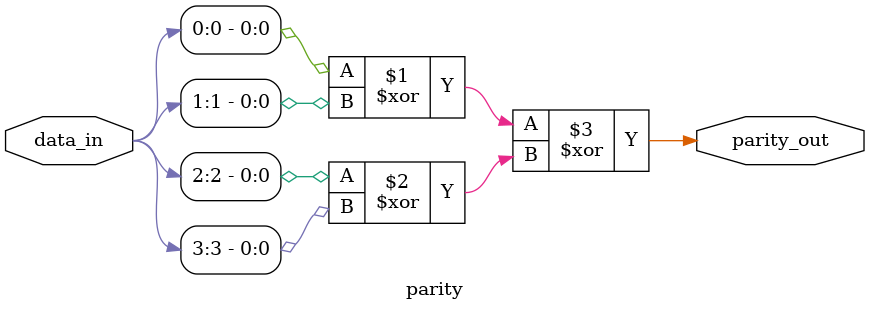
<source format=v>
module parity(data_in,parity_out);
input [3:0]data_in;
output parity_out;

assign parity_out = (data_in[0] ^ data_in[1]) ^ (data_in[2] ^ data_in[3]);
endmodule
</source>
